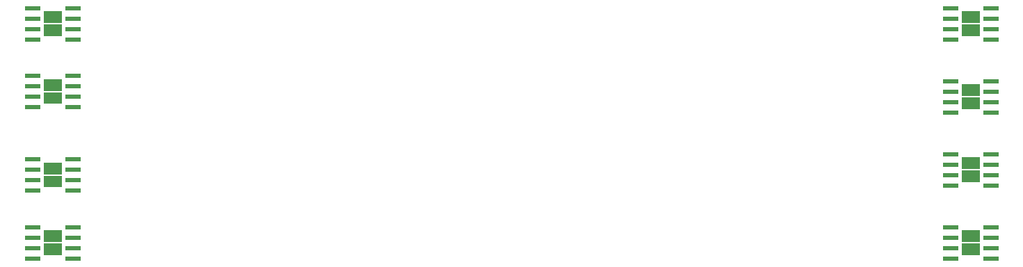
<source format=gbr>
%TF.GenerationSoftware,KiCad,Pcbnew,7.0.10-dirty*%
%TF.CreationDate,2024-02-26T22:58:58+02:00*%
%TF.ProjectId,fake-platka,66616b65-2d70-46c6-9174-6b612e6b6963,rev?*%
%TF.SameCoordinates,Original*%
%TF.FileFunction,Paste,Top*%
%TF.FilePolarity,Positive*%
%FSLAX46Y46*%
G04 Gerber Fmt 4.6, Leading zero omitted, Abs format (unit mm)*
G04 Created by KiCad (PCBNEW 7.0.10-dirty) date 2024-02-26 22:58:58*
%MOMM*%
%LPD*%
G01*
G04 APERTURE LIST*
%ADD10R,1.981200X0.533400*%
G04 APERTURE END LIST*
%TO.C,U12*%
G36*
X209208700Y-119459900D02*
G01*
X207021100Y-119459900D01*
X207021100Y-118059700D01*
X209208700Y-118059700D01*
X209208700Y-119459900D01*
G37*
G36*
X209208700Y-121060100D02*
G01*
X207021100Y-121060100D01*
X207021100Y-119659900D01*
X209208700Y-119659900D01*
X209208700Y-121060100D01*
G37*
%TO.C,U11*%
G36*
X209208700Y-112170100D02*
G01*
X207021100Y-112170100D01*
X207021100Y-110769900D01*
X209208700Y-110769900D01*
X209208700Y-112170100D01*
G37*
G36*
X209208700Y-110569900D02*
G01*
X207021100Y-110569900D01*
X207021100Y-109169700D01*
X209208700Y-109169700D01*
X209208700Y-110569900D01*
G37*
%TO.C,U5*%
G36*
X97448700Y-101044900D02*
G01*
X95261100Y-101044900D01*
X95261100Y-99644700D01*
X97448700Y-99644700D01*
X97448700Y-101044900D01*
G37*
G36*
X97448700Y-102645100D02*
G01*
X95261100Y-102645100D01*
X95261100Y-101244900D01*
X97448700Y-101244900D01*
X97448700Y-102645100D01*
G37*
%TO.C,U9*%
G36*
X209208700Y-101679900D02*
G01*
X207021100Y-101679900D01*
X207021100Y-100279700D01*
X209208700Y-100279700D01*
X209208700Y-101679900D01*
G37*
G36*
X209208700Y-103280100D02*
G01*
X207021100Y-103280100D01*
X207021100Y-101879900D01*
X209208700Y-101879900D01*
X209208700Y-103280100D01*
G37*
%TO.C,U7*%
G36*
X97448700Y-111204900D02*
G01*
X95261100Y-111204900D01*
X95261100Y-109804700D01*
X97448700Y-109804700D01*
X97448700Y-111204900D01*
G37*
G36*
X97448700Y-112805100D02*
G01*
X95261100Y-112805100D01*
X95261100Y-111404900D01*
X97448700Y-111404900D01*
X97448700Y-112805100D01*
G37*
%TO.C,U8*%
G36*
X97448700Y-119459900D02*
G01*
X95261100Y-119459900D01*
X95261100Y-118059700D01*
X97448700Y-118059700D01*
X97448700Y-119459900D01*
G37*
G36*
X97448700Y-121060100D02*
G01*
X95261100Y-121060100D01*
X95261100Y-119659900D01*
X97448700Y-119659900D01*
X97448700Y-121060100D01*
G37*
%TO.C,U6*%
G36*
X97448700Y-92789900D02*
G01*
X95261100Y-92789900D01*
X95261100Y-91389700D01*
X97448700Y-91389700D01*
X97448700Y-92789900D01*
G37*
G36*
X97448700Y-94390100D02*
G01*
X95261100Y-94390100D01*
X95261100Y-92989900D01*
X97448700Y-92989900D01*
X97448700Y-94390100D01*
G37*
%TO.C,U10*%
G36*
X209208700Y-94390100D02*
G01*
X207021100Y-94390100D01*
X207021100Y-92989900D01*
X209208700Y-92989900D01*
X209208700Y-94390100D01*
G37*
G36*
X209208700Y-92789900D02*
G01*
X207021100Y-92789900D01*
X207021100Y-91389700D01*
X209208700Y-91389700D01*
X209208700Y-92789900D01*
G37*
%TD*%
D10*
%TO.C,U12*%
X205651100Y-117654900D03*
X205651100Y-118924900D03*
X205651100Y-120194900D03*
X205651100Y-121464900D03*
X210578700Y-121464900D03*
X210578700Y-120194900D03*
X210578700Y-118924900D03*
X210578700Y-117654900D03*
%TD*%
%TO.C,U11*%
X205651100Y-108764900D03*
X205651100Y-110034900D03*
X205651100Y-111304900D03*
X205651100Y-112574900D03*
X210578700Y-112574900D03*
X210578700Y-111304900D03*
X210578700Y-110034900D03*
X210578700Y-108764900D03*
%TD*%
%TO.C,U5*%
X98818700Y-103049900D03*
X98818700Y-101779900D03*
X98818700Y-100509900D03*
X98818700Y-99239900D03*
X93891100Y-99239900D03*
X93891100Y-100509900D03*
X93891100Y-101779900D03*
X93891100Y-103049900D03*
%TD*%
%TO.C,U9*%
X205651100Y-99874900D03*
X205651100Y-101144900D03*
X205651100Y-102414900D03*
X205651100Y-103684900D03*
X210578700Y-103684900D03*
X210578700Y-102414900D03*
X210578700Y-101144900D03*
X210578700Y-99874900D03*
%TD*%
%TO.C,U7*%
X98818700Y-113209900D03*
X98818700Y-111939900D03*
X98818700Y-110669900D03*
X98818700Y-109399900D03*
X93891100Y-109399900D03*
X93891100Y-110669900D03*
X93891100Y-111939900D03*
X93891100Y-113209900D03*
%TD*%
%TO.C,U8*%
X98818700Y-121464900D03*
X98818700Y-120194900D03*
X98818700Y-118924900D03*
X98818700Y-117654900D03*
X93891100Y-117654900D03*
X93891100Y-118924900D03*
X93891100Y-120194900D03*
X93891100Y-121464900D03*
%TD*%
%TO.C,U6*%
X98818700Y-94794900D03*
X98818700Y-93524900D03*
X98818700Y-92254900D03*
X98818700Y-90984900D03*
X93891100Y-90984900D03*
X93891100Y-92254900D03*
X93891100Y-93524900D03*
X93891100Y-94794900D03*
%TD*%
%TO.C,U10*%
X205651100Y-90984900D03*
X205651100Y-92254900D03*
X205651100Y-93524900D03*
X205651100Y-94794900D03*
X210578700Y-94794900D03*
X210578700Y-93524900D03*
X210578700Y-92254900D03*
X210578700Y-90984900D03*
%TD*%
M02*

</source>
